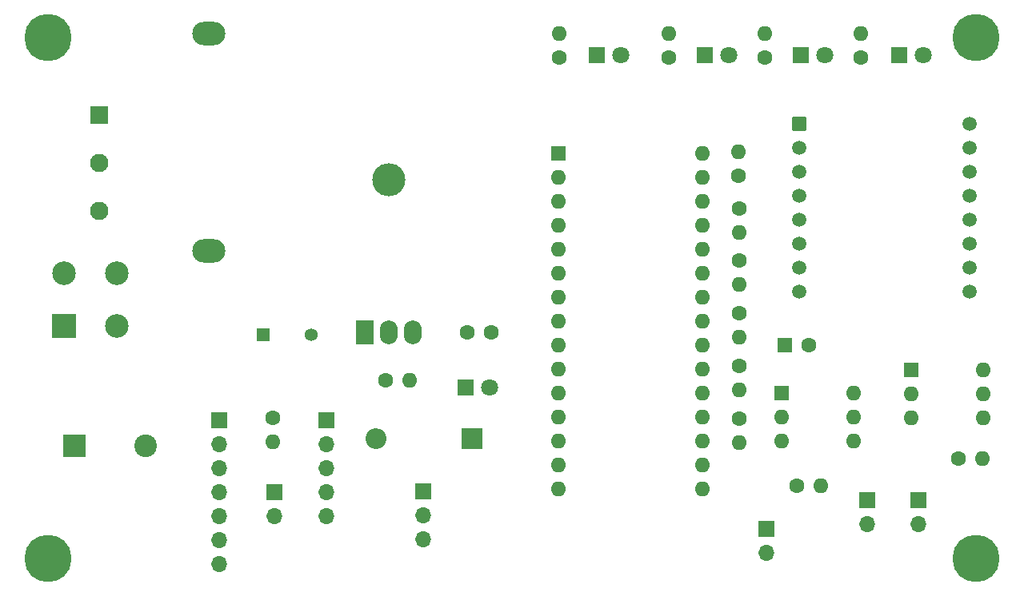
<source format=gbr>
%TF.GenerationSoftware,KiCad,Pcbnew,7.0.9*%
%TF.CreationDate,2024-06-30T11:53:46+02:00*%
%TF.ProjectId,Kicad_Projet_Trains_Sons,4b696361-645f-4507-926f-6a65745f5472,V2*%
%TF.SameCoordinates,Original*%
%TF.FileFunction,Soldermask,Top*%
%TF.FilePolarity,Negative*%
%FSLAX46Y46*%
G04 Gerber Fmt 4.6, Leading zero omitted, Abs format (unit mm)*
G04 Created by KiCad (PCBNEW 7.0.9) date 2024-06-30 11:53:46*
%MOMM*%
%LPD*%
G01*
G04 APERTURE LIST*
G04 Aperture macros list*
%AMRoundRect*
0 Rectangle with rounded corners*
0 $1 Rounding radius*
0 $2 $3 $4 $5 $6 $7 $8 $9 X,Y pos of 4 corners*
0 Add a 4 corners polygon primitive as box body*
4,1,4,$2,$3,$4,$5,$6,$7,$8,$9,$2,$3,0*
0 Add four circle primitives for the rounded corners*
1,1,$1+$1,$2,$3*
1,1,$1+$1,$4,$5*
1,1,$1+$1,$6,$7*
1,1,$1+$1,$8,$9*
0 Add four rect primitives between the rounded corners*
20,1,$1+$1,$2,$3,$4,$5,0*
20,1,$1+$1,$4,$5,$6,$7,0*
20,1,$1+$1,$6,$7,$8,$9,0*
20,1,$1+$1,$8,$9,$2,$3,0*%
G04 Aperture macros list end*
%ADD10R,1.800000X1.800000*%
%ADD11C,1.800000*%
%ADD12R,1.700000X1.700000*%
%ADD13O,1.700000X1.700000*%
%ADD14C,5.000000*%
%ADD15R,1.357000X1.357000*%
%ADD16C,1.357000*%
%ADD17C,1.600000*%
%ADD18O,1.600000X1.600000*%
%ADD19O,3.500000X3.500000*%
%ADD20R,1.900000X2.500000*%
%ADD21O,1.900000X2.500000*%
%ADD22R,1.950000X1.950000*%
%ADD23C,1.950000*%
%ADD24R,1.600000X1.600000*%
%ADD25O,3.500000X2.500000*%
%ADD26RoundRect,0.102000X-0.654000X-0.654000X0.654000X-0.654000X0.654000X0.654000X-0.654000X0.654000X0*%
%ADD27C,1.512000*%
%ADD28R,2.500000X2.500000*%
%ADD29C,2.500000*%
%ADD30R,2.200000X2.200000*%
%ADD31O,2.200000X2.200000*%
%ADD32R,2.400000X2.400000*%
%ADD33C,2.400000*%
G04 APERTURE END LIST*
D10*
%TO.C,D4*%
X121360000Y-42300000D03*
D11*
X123900000Y-42300000D03*
%TD*%
D12*
%TO.C,J6*%
X81430000Y-81020000D03*
D13*
X81430000Y-83560000D03*
X81430000Y-86100000D03*
X81430000Y-88640000D03*
X81430000Y-91180000D03*
X81430000Y-93720000D03*
X81430000Y-96260000D03*
%TD*%
D14*
%TO.C,REF2*%
X161500000Y-40400000D03*
%TD*%
D10*
%TO.C,D3*%
X107517000Y-77505000D03*
D11*
X110057000Y-77505000D03*
%TD*%
D14*
%TO.C,REF1*%
X63300000Y-40400000D03*
%TD*%
D15*
%TO.C,C1*%
X86060000Y-71900000D03*
D16*
X91140000Y-71900000D03*
%TD*%
D17*
%TO.C,R9*%
X136473000Y-75219000D03*
D18*
X136473000Y-77759000D03*
%TD*%
D19*
%TO.C,U1*%
X99370000Y-55500000D03*
D20*
X96830000Y-71700000D03*
D21*
X99370000Y-71700000D03*
X101910000Y-71700000D03*
%TD*%
D17*
%TO.C,R16*%
X136400000Y-55045000D03*
D18*
X136400000Y-52505000D03*
%TD*%
D12*
%TO.C,J2*%
X155400000Y-89450000D03*
D13*
X155400000Y-91990000D03*
%TD*%
D10*
%TO.C,D7*%
X153360000Y-42300000D03*
D11*
X155900000Y-42300000D03*
%TD*%
D22*
%TO.C,J1*%
X68700000Y-48620000D03*
D23*
X68700000Y-53700000D03*
X68700000Y-58780000D03*
%TD*%
D24*
%TO.C,U3*%
X140918000Y-78140000D03*
D18*
X140918000Y-80680000D03*
X140918000Y-83220000D03*
X148538000Y-83220000D03*
X148538000Y-80680000D03*
X148538000Y-78140000D03*
%TD*%
D17*
%TO.C,R5*%
X136473000Y-58553000D03*
D18*
X136473000Y-61093000D03*
%TD*%
D25*
%TO.C,F1*%
X80300000Y-40000000D03*
X80300000Y-63000000D03*
%TD*%
D12*
%TO.C,J7*%
X103000000Y-88500000D03*
D13*
X103000000Y-91040000D03*
X103000000Y-93580000D03*
%TD*%
D26*
%TO.C,U4*%
X142823000Y-49600000D03*
D27*
X142823000Y-52140000D03*
X142823000Y-54680000D03*
X142823000Y-57220000D03*
X142823000Y-59760000D03*
X142823000Y-62300000D03*
X142823000Y-64840000D03*
X142823000Y-67380000D03*
X160857000Y-67380000D03*
X160857000Y-64840000D03*
X160857000Y-62300000D03*
X160857000Y-59760000D03*
X160857000Y-57220000D03*
X160857000Y-54680000D03*
X160857000Y-52140000D03*
X160857000Y-49600000D03*
%TD*%
D14*
%TO.C,REF3*%
X161500000Y-95600000D03*
%TD*%
D17*
%TO.C,R14*%
X149300000Y-42580000D03*
D18*
X149300000Y-40040000D03*
%TD*%
D17*
%TO.C,R13*%
X139140000Y-42580000D03*
D18*
X139140000Y-40040000D03*
%TD*%
D17*
%TO.C,C2*%
X107700000Y-71700000D03*
X110200000Y-71700000D03*
%TD*%
D28*
%TO.C,D1*%
X65000000Y-71000000D03*
D29*
X70600000Y-71000000D03*
X70600000Y-65400000D03*
X65000000Y-65400000D03*
%TD*%
D17*
%TO.C,R1*%
X99008000Y-76743000D03*
D18*
X101548000Y-76743000D03*
%TD*%
D17*
%TO.C,R12*%
X128980000Y-42580000D03*
D18*
X128980000Y-40040000D03*
%TD*%
D10*
%TO.C,D5*%
X132790000Y-42300000D03*
D11*
X135330000Y-42300000D03*
%TD*%
D30*
%TO.C,D2*%
X108152000Y-82966000D03*
D31*
X97992000Y-82966000D03*
%TD*%
D14*
%TO.C,REF4*%
X63300000Y-95600000D03*
%TD*%
D17*
%TO.C,R15*%
X87050000Y-80755000D03*
D18*
X87050000Y-83295000D03*
%TD*%
D17*
%TO.C,R2*%
X159655000Y-85050000D03*
D18*
X162195000Y-85050000D03*
%TD*%
D10*
%TO.C,D6*%
X142950000Y-42300000D03*
D11*
X145490000Y-42300000D03*
%TD*%
D17*
%TO.C,R6*%
X136473000Y-64043000D03*
D18*
X136473000Y-66583000D03*
%TD*%
D12*
%TO.C,J4*%
X92785000Y-81000000D03*
D13*
X92785000Y-83540000D03*
X92785000Y-86080000D03*
X92785000Y-88620000D03*
X92785000Y-91160000D03*
%TD*%
D12*
%TO.C,J3*%
X150000000Y-89425000D03*
D13*
X150000000Y-91965000D03*
%TD*%
D24*
%TO.C,A1*%
X117296000Y-52740000D03*
D18*
X117296000Y-55280000D03*
X117296000Y-57820000D03*
X117296000Y-60360000D03*
X117296000Y-62900000D03*
X117296000Y-65440000D03*
X117296000Y-67980000D03*
X117296000Y-70520000D03*
X117296000Y-73060000D03*
X117296000Y-75600000D03*
X117296000Y-78140000D03*
X117296000Y-80680000D03*
X117296000Y-83220000D03*
X117296000Y-85760000D03*
X117296000Y-88300000D03*
X132536000Y-88300000D03*
X132536000Y-85760000D03*
X132536000Y-83220000D03*
X132536000Y-80680000D03*
X132536000Y-78140000D03*
X132536000Y-75600000D03*
X132536000Y-73060000D03*
X132536000Y-70520000D03*
X132536000Y-67980000D03*
X132536000Y-65440000D03*
X132536000Y-62900000D03*
X132536000Y-60360000D03*
X132536000Y-57820000D03*
X132536000Y-55280000D03*
X132536000Y-52740000D03*
%TD*%
D17*
%TO.C,R7*%
X136473000Y-69631000D03*
D18*
X136473000Y-72171000D03*
%TD*%
D17*
%TO.C,R11*%
X117400000Y-42580000D03*
D18*
X117400000Y-40040000D03*
%TD*%
D12*
%TO.C,J5*%
X87250000Y-88575000D03*
D13*
X87250000Y-91115000D03*
%TD*%
D32*
%TO.C,C3*%
X66100000Y-83700000D03*
D33*
X73600000Y-83700000D03*
%TD*%
D17*
%TO.C,R10*%
X136473000Y-80807000D03*
D18*
X136473000Y-83347000D03*
%TD*%
D24*
%TO.C,C4*%
X141300000Y-73000000D03*
D17*
X143800000Y-73000000D03*
%TD*%
%TO.C,R4*%
X142540000Y-87919000D03*
D18*
X145080000Y-87919000D03*
%TD*%
D12*
%TO.C,J8*%
X139300000Y-92460000D03*
D13*
X139300000Y-95000000D03*
%TD*%
D24*
%TO.C,U2*%
X154644000Y-75615000D03*
D18*
X154644000Y-78155000D03*
X154644000Y-80695000D03*
X162264000Y-80695000D03*
X162264000Y-78155000D03*
X162264000Y-75615000D03*
%TD*%
M02*

</source>
